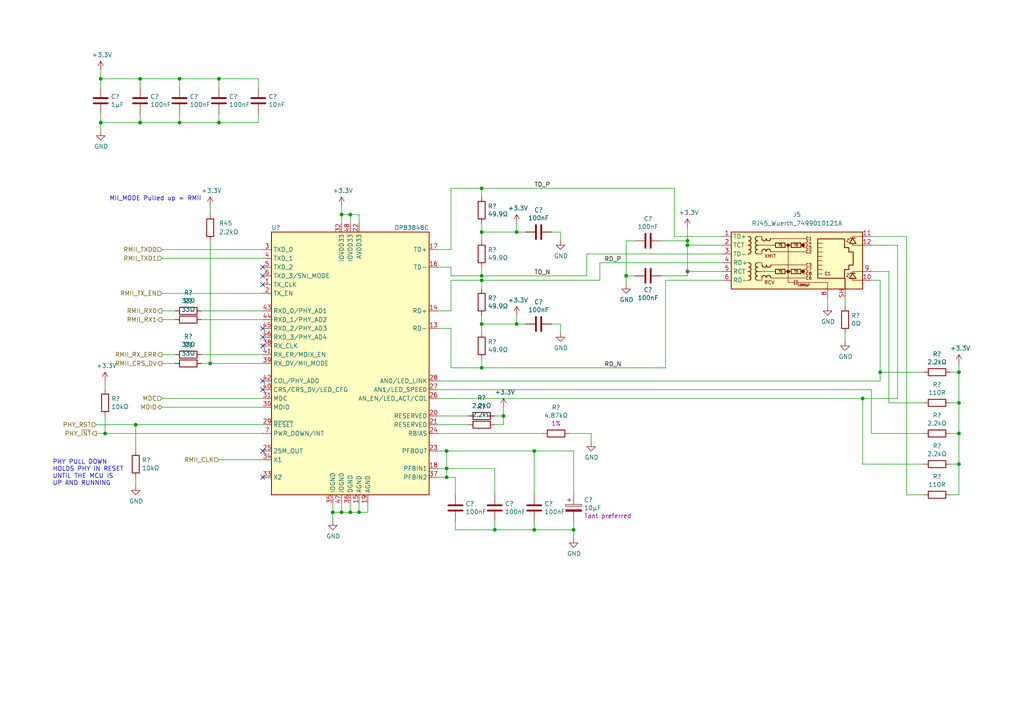
<source format=kicad_sch>
(kicad_sch (version 20230121) (generator eeschema)
  (paper "A4")
  (lib_symbols
    (symbol "Connector:RJ45_Wuerth_7499010121A"
      (property "Reference" "J" (at 17.78 10.16 0))
      (property "Value" "RJ45_Wuerth_7499010121A" (at -6.35 10.16 0))
      (symbol "RJ45_Wuerth_7499010121A_0_0"
        (circle (center -1.27 -2.54) (radius 0.0001) (stroke (width 0.508)))
        (circle (center -1.27 5.08) (radius 0.0001) (stroke (width 0.508)))
        (polyline (pts (xy -1.27 5.08) (xy -1.27 -5.715)))
        (polyline (pts (xy 0.635 -5.08) (xy 0.635 -6.35)) (stroke (width 0.254)))
        (polyline (pts (xy 1.27 -5.08) (xy 1.27 -6.35)) (stroke (width 0.254)))
        (polyline (pts (xy 3.048 -2.54) (xy 2.54 -2.54)))
        (polyline (pts (xy 3.048 5.08) (xy 2.54 5.08)))
        (polyline (pts (xy 17.399 -3.175) (xy 17.399 -2.54) (xy 20.32 -2.54)))
        (polyline (pts (xy 17.399 6.985) (xy 17.399 7.62) (xy 20.32 7.62)))
        (polyline (pts (xy 20.32 -5.08) (xy 17.399 -5.08) (xy 17.399 -4.572)))
        (polyline (pts (xy 20.32 5.08) (xy 17.399 5.08) (xy 17.399 5.588)))
        (polyline (pts (xy 3.683 -1.905) (xy 3.048 -1.905) (xy 3.048 -3.175) (xy 3.683 -3.175)))
        (polyline (pts (xy 3.683 5.715) (xy 3.048 5.715) (xy 3.048 4.445) (xy 3.683 4.445)))
        (circle (center 3.048 -2.54) (radius 0.0001) (stroke (width 0.508)))
        (circle (center 3.048 5.08) (radius 0.0001) (stroke (width 0.508)))
        (text "C1" (at 4.699 6.985 0) (effects (font (size 0.889 0.889))))
        (text "C1" (at 10.16 -3.175 0) (effects (font (size 0.889 0.889))))
        (text "C2" (at 4.699 3.175 0) (effects (font (size 0.889 0.889))))
        (text "C3" (at 4.699 -0.635 0) (effects (font (size 0.889 0.889))))
        (text "C4" (at 4.699 5.715 0) (effects (font (size 0.889 0.889))))
        (text "C5" (at 4.699 4.445 0) (effects (font (size 0.889 0.889))))
        (text "C6" (at 4.699 -4.445 0) (effects (font (size 0.889 0.889))))
        (text "C7" (at 4.699 -1.905 0) (effects (font (size 0.889 0.889))))
        (text "C8" (at 4.699 -3.175 0) (effects (font (size 0.889 0.889))))
        (text "RCV" (at -8.255 -5.715 0) (effects (font (size 1.016 1.016)) (justify left)))
        (text "XMIT" (at -8.255 1.905 0) (effects (font (size 1.016 1.016)) (justify left)))
      )
      (symbol "RJ45_Wuerth_7499010121A_0_1"
        (rectangle (start -17.78 8.89) (end 20.32 -7.62) (stroke (width 0.254)) (fill (type background)))
        (polyline (pts (xy -12.7 -5.08) (xy -13.081 -5.08)))
        (polyline (pts (xy -12.7 -2.54) (xy -13.081 -2.54)))
        (polyline (pts (xy -12.7 0) (xy -13.081 0)))
        (polyline (pts (xy -12.7 2.54) (xy -13.081 2.54)))
        (polyline (pts (xy -12.7 5.08) (xy -13.081 5.08)))
        (polyline (pts (xy -12.7 7.62) (xy -13.081 7.62)))
        (polyline (pts (xy -6.35 -4.445) (xy 3.683 -4.445)))
        (polyline (pts (xy -6.35 3.175) (xy 3.683 3.175)))
        (polyline (pts (xy -6.35 6.985) (xy 3.683 6.985)))
        (polyline (pts (xy -6.223 -0.635) (xy 3.683 -0.635)))
        (polyline (pts (xy -5.08 -2.54) (xy -10.16 -2.54)))
        (polyline (pts (xy -4.953 5.08) (xy -10.16 5.08)))
        (polyline (pts (xy -2.159 -2.54) (xy -0.381 -2.54)))
        (polyline (pts (xy -2.159 5.08) (xy -0.381 5.08)))
        (polyline (pts (xy 0.635 -5.715) (xy -1.27 -5.715)))
        (polyline (pts (xy 7.4295 -1.9685) (xy 8.6995 -1.9685)))
        (polyline (pts (xy 7.4295 -0.6985) (xy 8.6995 -0.6985)))
        (polyline (pts (xy 7.4295 0.5715) (xy 8.6995 0.5715)))
        (polyline (pts (xy 7.4295 1.8415) (xy 8.6995 1.8415)))
        (polyline (pts (xy 7.4295 3.1115) (xy 8.6995 3.1115)))
        (polyline (pts (xy 8.6995 -3.2385) (xy 7.4295 -3.2385)))
        (polyline (pts (xy 8.6995 4.3815) (xy 7.4295 4.3815)))
        (polyline (pts (xy 8.6995 5.6515) (xy 7.4295 5.6515)))
        (polyline (pts (xy 10.16 -5.715) (xy 1.27 -5.715)))
        (polyline (pts (xy 10.16 -5.715) (xy 10.16 -7.62)))
        (polyline (pts (xy -10.16 0) (xy -8.89 0) (xy -8.89 -0.635)))
        (polyline (pts (xy -10.16 7.62) (xy -8.89 7.62) (xy -8.89 6.985)))
        (polyline (pts (xy -8.89 -4.445) (xy -8.89 -5.08) (xy -10.16 -5.08)))
        (polyline (pts (xy -8.89 3.175) (xy -8.89 2.54) (xy -10.16 2.54)))
      )
      (symbol "RJ45_Wuerth_7499010121A_1_0"
        (text "1000pF" (at 3.302 -6.477 0) (effects (font (size 0.635 0.635))))
      )
      (symbol "RJ45_Wuerth_7499010121A_1_1"
        (arc (start -12.7 -1.27) (mid -12.0677 -0.635) (end -12.7 0) (stroke (width 0.254)))
        (arc (start -12.6973 -5.08) (mid -12.065 -4.445) (end -12.6973 -3.81) (stroke (width 0.254)))
        (arc (start -12.6973 -3.81) (mid -12.065 -3.175) (end -12.6973 -2.54) (stroke (width 0.254)))
        (arc (start -12.6973 -2.54) (mid -12.065 -1.905) (end -12.6973 -1.27) (stroke (width 0.254)))
        (arc (start -12.6973 6.35) (mid -12.065 6.985) (end -12.6973 7.62) (stroke (width 0.254)))
        (arc (start -12.6946 2.54) (mid -12.0623 3.175) (end -12.6946 3.81) (stroke (width 0.254)))
        (arc (start -12.6946 3.81) (mid -12.0623 4.445) (end -12.6946 5.08) (stroke (width 0.254)))
        (arc (start -12.6946 5.08) (mid -12.0623 5.715) (end -12.6946 6.35) (stroke (width 0.254)))
        (arc (start -10.1654 -2.54) (mid -10.7977 -3.175) (end -10.1654 -3.81) (stroke (width 0.254)))
        (arc (start -10.1654 -1.27) (mid -10.7977 -1.905) (end -10.1654 -2.54) (stroke (width 0.254)))
        (arc (start -10.1654 0) (mid -10.7977 -0.635) (end -10.1654 -1.27) (stroke (width 0.254)))
        (arc (start -10.1654 5.08) (mid -10.7977 4.445) (end -10.1654 3.81) (stroke (width 0.254)))
        (arc (start -10.1654 6.35) (mid -10.7977 5.715) (end -10.1654 5.08) (stroke (width 0.254)))
        (arc (start -10.1654 7.62) (mid -10.7977 6.985) (end -10.1654 6.35) (stroke (width 0.254)))
        (arc (start -10.1627 -3.81) (mid -10.795 -4.445) (end -10.1627 -5.08) (stroke (width 0.254)))
        (arc (start -10.1627 3.81) (mid -10.795 3.175) (end -10.1627 2.54) (stroke (width 0.254)))
        (arc (start -8.89 6.9823) (mid -8.255 6.35) (end -7.62 6.9823) (stroke (width 0.254)))
        (arc (start -8.8265 -0.7012) (mid -8.1915 -1.3335) (end -7.5565 -0.7012) (stroke (width 0.254)))
        (arc (start -7.62 -4.3153) (mid -8.255 -3.683) (end -8.89 -4.3153) (stroke (width 0.254)))
        (arc (start -7.62 3.3047) (mid -8.255 3.937) (end -8.89 3.3047) (stroke (width 0.254)))
        (arc (start -7.62 6.985) (mid -6.985 6.3527) (end -6.35 6.985) (stroke (width 0.254)))
        (arc (start -7.5565 -0.6985) (mid -6.9215 -1.3308) (end -6.2865 -0.6985) (stroke (width 0.254)))
        (arc (start -6.35 -4.3126) (mid -6.985 -3.6803) (end -7.62 -4.3126) (stroke (width 0.254)))
        (arc (start -6.35 3.3074) (mid -6.985 3.9397) (end -7.62 3.3074) (stroke (width 0.254)))
        (rectangle (start -4.953 -1.905) (end -2.159 -3.175) (stroke (width 0.254)))
        (rectangle (start -4.953 5.715) (end -2.159 4.445) (stroke (width 0.254)))
        (rectangle (start -0.381 -1.905) (end 2.413 -3.175) (stroke (width 0.254)))
        (rectangle (start -0.381 5.715) (end 2.413 4.445) (stroke (width 0.254)))
        (polyline (pts (xy 15.24 -7.62) (xy 15.24 -4.572)) (stroke (width 0.254)))
        (polyline (pts (xy 15.748 -3.81) (xy 15.748 -4.064)))
        (polyline (pts (xy 15.748 6.35) (xy 15.748 6.096)))
        (polyline (pts (xy 16.002 -3.175) (xy 16.002 -3.429)))
        (polyline (pts (xy 16.002 6.985) (xy 16.002 6.731)))
        (polyline (pts (xy 16.637 -3.048) (xy 18.161 -3.048)) (stroke (width 0.254)))
        (polyline (pts (xy 16.637 7.112) (xy 18.161 7.112)) (stroke (width 0.254)))
        (polyline (pts (xy 16.256 -4.318) (xy 15.748 -3.81) (xy 16.002 -3.81)))
        (polyline (pts (xy 16.256 5.842) (xy 15.748 6.35) (xy 16.002 6.35)))
        (polyline (pts (xy 16.51 -3.683) (xy 16.002 -3.175) (xy 16.256 -3.175)))
        (polyline (pts (xy 16.51 6.477) (xy 16.002 6.985) (xy 16.256 6.985)))
        (polyline (pts (xy 16.51 -4.572) (xy 18.415 -4.572) (xy 17.399 -3.048) (xy 16.51 -4.572)) (stroke (width 0.254)))
        (polyline (pts (xy 16.51 5.588) (xy 18.415 5.588) (xy 17.399 7.112) (xy 16.51 5.588)) (stroke (width 0.254)))
        (polyline (pts (xy 7.3025 -4.5085) (xy 7.3025 6.9215) (xy 15.0495 6.9215) (xy 15.0495 4.3815) (xy 16.3195 4.3815) (xy 16.3195 3.1115) (xy 17.5895 3.1115) (xy 17.5895 -0.6985) (xy 16.3195 -0.6985) (xy 16.3195 -1.9685) (xy 15.0495 -1.9685) (xy 15.0495 -4.5085) (xy 7.3025 -4.5085)) (stroke (width 0.254)))
        (text "75" (at -3.556 -2.54 0) (effects (font (size 0.635 0.635))))
        (text "75" (at -3.556 5.08 0) (effects (font (size 0.635 0.635))))
        (text "75" (at 1.016 -2.54 0) (effects (font (size 0.635 0.635))))
        (text "75" (at 1.016 5.08 0) (effects (font (size 0.635 0.635))))
        (pin passive line (at -20.32 7.62 0) (length 2.54) (name "TD+") (number "1"))
        (pin passive line (at 22.86 -5.08 180) (length 2.54) (name "") (number "10"))
        (pin passive line (at 22.86 7.62 180) (length 2.54) (name "") (number "11"))
        (pin passive line (at 22.86 5.08 180) (length 2.54) (name "") (number "12"))
        (pin passive line (at -20.32 5.08 0) (length 2.54) (name "TCT") (number "2"))
        (pin passive line (at -20.32 2.54 0) (length 2.54) (name "TD-") (number "3"))
        (pin passive line (at -20.32 0 0) (length 2.54) (name "RD+") (number "4"))
        (pin passive line (at -20.32 -2.54 0) (length 2.54) (name "RCT") (number "5"))
        (pin passive line (at -20.32 -5.08 0) (length 2.54) (name "RD-") (number "6"))
        (pin no_connect line (at 20.32 0 0) (length 0) hide (name "NC") (number "7"))
        (pin power_in line (at 10.16 -10.16 90) (length 2.54) (name "") (number "8"))
        (pin passive line (at 22.86 -2.54 180) (length 2.54) (name "") (number "9"))
        (pin passive line (at 15.24 -10.16 90) (length 2.54) (name "") (number "SH"))
      )
    )
    (symbol "Device:C" (pin_numbers hide) (pin_names (offset 0.254))
      (property "Reference" "C" (at 0.635 2.54 0))
      (property "Value" "C" (at 0.635 -2.54 0))
      (symbol "C_0_1"
        (polyline (pts (xy -2.032 -0.762) (xy 2.032 -0.762)) (stroke (width 0.508)))
        (polyline (pts (xy -2.032 0.762) (xy 2.032 0.762)) (stroke (width 0.508)))
      )
      (symbol "C_1_1"
        (pin passive line (at 0 3.81 270) (length 2.794) (name "~") (number "1"))
        (pin passive line (at 0 -3.81 90) (length 2.794) (name "~") (number "2"))
      )
    )
    (symbol "Device:C_Polarized" (pin_numbers hide) (pin_names (offset 0.254))
      (property "Reference" "C" (at 0.635 2.54 0))
      (property "Value" "C_Polarized" (at 0.635 -2.54 0))
      (symbol "C_Polarized_0_1"
        (rectangle (start -2.286 0.508) (end 2.286 1.016))
        (polyline (pts (xy -1.778 2.286) (xy -0.762 2.286)))
        (polyline (pts (xy -1.27 2.794) (xy -1.27 1.778)))
        (rectangle (start 2.286 -0.508) (end -2.286 -1.016) (fill (type outline)))
      )
      (symbol "C_Polarized_1_1"
        (pin passive line (at 0 3.81 270) (length 2.794) (name "~") (number "1"))
        (pin passive line (at 0 -3.81 90) (length 2.794) (name "~") (number "2"))
      )
    )
    (symbol "Device:R" (pin_numbers hide) (pin_names (offset 0))
      (property "Reference" "R" (at 2.032 0 90))
      (property "Value" "R" (at 0 0 90))
      (symbol "R_0_1"
        (rectangle (start -1.016 -2.54) (end 1.016 2.54) (stroke (width 0.254)))
      )
      (symbol "R_1_1"
        (pin passive line (at 0 3.81 270) (length 1.27) (name "~") (number "1"))
        (pin passive line (at 0 -3.81 90) (length 1.27) (name "~") (number "2"))
      )
    )
    (symbol "Interface_Ethernet:DP83848C"
      (property "Reference" "U" (at -21.59 39.37 0))
      (property "Value" "DP83848C" (at 12.7 39.37 0))
      (symbol "DP83848C_0_1"
        (rectangle (start -22.86 38.1) (end 22.86 -38.1) (stroke (width 0.254)) (fill (type background)))
      )
      (symbol "DP83848C_1_1"
        (pin output line (at -25.4 22.86 0) (length 2.54) (name "TX_CLK") (number "1"))
        (pin passive line (at 25.4 10.16 180) (length 2.54) (name "RD-") (number "13"))
        (pin passive line (at 25.4 15.24 180) (length 2.54) (name "RD+") (number "14"))
        (pin power_in line (at 2.54 -40.64 90) (length 2.54) (name "AGND") (number "15"))
        (pin passive line (at 25.4 27.94 180) (length 2.54) (name "TD-") (number "16"))
        (pin passive line (at 25.4 33.02 180) (length 2.54) (name "TD+") (number "17"))
        (pin passive line (at 25.4 -30.48 180) (length 2.54) (name "PFBIN1") (number "18"))
        (pin power_in line (at 5.08 -40.64 90) (length 2.54) (name "AGND") (number "19"))
        (pin input line (at -25.4 20.32 0) (length 2.54) (name "TX_EN") (number "2"))
        (pin passive line (at 25.4 -15.24 180) (length 2.54) (name "RESERVED") (number "20"))
        (pin passive line (at 25.4 -17.78 180) (length 2.54) (name "RESERVED") (number "21"))
        (pin power_in line (at 2.54 40.64 270) (length 2.54) (name "AVDD33") (number "22"))
        (pin passive line (at 25.4 -25.4 180) (length 2.54) (name "PFBOUT") (number "23"))
        (pin passive line (at 25.4 -20.32 180) (length 2.54) (name "RBIAS") (number "24"))
        (pin output line (at -25.4 -25.4 0) (length 2.54) (name "25M_OUT") (number "25"))
        (pin output line (at 25.4 -10.16 180) (length 2.54) (name "AN_EN/LED_ACT/COL") (number "26"))
        (pin output line (at 25.4 -7.62 180) (length 2.54) (name "AN1/LED_SPEED") (number "27"))
        (pin output line (at 25.4 -5.08 180) (length 2.54) (name "AN0/LED_LINK") (number "28"))
        (pin input line (at -25.4 -17.78 0) (length 2.54) (name "~{RESET}") (number "29"))
        (pin input line (at -25.4 33.02 0) (length 2.54) (name "TXD_0") (number "3"))
        (pin bidirectional line (at -25.4 -12.7 0) (length 2.54) (name "MDIO") (number "30"))
        (pin input line (at -25.4 -10.16 0) (length 2.54) (name "MDC") (number "31"))
        (pin power_in line (at -2.54 40.64 270) (length 2.54) (name "IOVDD33") (number "32"))
        (pin output line (at -25.4 -33.02 0) (length 2.54) (name "X2") (number "33"))
        (pin input line (at -25.4 -27.94 0) (length 2.54) (name "X1") (number "34"))
        (pin power_in line (at -5.08 -40.64 90) (length 2.54) (name "IOGND") (number "35"))
        (pin power_in line (at 0 -40.64 90) (length 2.54) (name "DGND") (number "36"))
        (pin passive line (at 25.4 -33.02 180) (length 2.54) (name "PFBIN2") (number "37"))
        (pin output line (at -25.4 5.08 0) (length 2.54) (name "RX_CLK") (number "38"))
        (pin output line (at -25.4 0 0) (length 2.54) (name "RX_DV/MII_MODE") (number "39"))
        (pin input line (at -25.4 30.48 0) (length 2.54) (name "TXD_1") (number "4"))
        (pin output line (at -25.4 -7.62 0) (length 2.54) (name "CRS/CRS_DV/LED_CFG") (number "40"))
        (pin output line (at -25.4 2.54 0) (length 2.54) (name "RX_ER/MDIX_EN") (number "41"))
        (pin output line (at -25.4 -5.08 0) (length 2.54) (name "COL/PHY_AD0") (number "42"))
        (pin output line (at -25.4 15.24 0) (length 2.54) (name "RXD_0/PHY_AD1") (number "43"))
        (pin output line (at -25.4 12.7 0) (length 2.54) (name "RXD_1/PHY_AD2") (number "44"))
        (pin output line (at -25.4 10.16 0) (length 2.54) (name "RXD_2/PHY_AD3") (number "45"))
        (pin output line (at -25.4 7.62 0) (length 2.54) (name "RXD_3/PHY_AD4") (number "46"))
        (pin power_in line (at -2.54 -40.64 90) (length 2.54) (name "IOGND") (number "47"))
        (pin power_in line (at 0 40.64 270) (length 2.54) (name "IOVDD33") (number "48"))
        (pin input line (at -25.4 27.94 0) (length 2.54) (name "TXD_2") (number "5"))
        (pin input line (at -25.4 25.4 0) (length 2.54) (name "TXD_3/SNI_MODE") (number "6"))
        (pin input line (at -25.4 -20.32 0) (length 2.54) (name "PWR_DOWN/INT") (number "7"))
      )
    )
    (symbol "power:+3.3V" (power) (pin_names (offset 0))
      (property "Value" "+3.3V" (at 0 3.556 0))
      (symbol "+3.3V_0_1"
        (polyline (pts (xy -0.762 1.27) (xy 0 2.54)))
        (polyline (pts (xy 0 0) (xy 0 2.54)))
        (polyline (pts (xy 0 2.54) (xy 0.762 1.27)))
      )
      (symbol "+3.3V_1_1"
        (pin power_in line (at 0 0 90) (length 0) hide (name "+3.3V") (number "1"))
      )
    )
    (symbol "power:GND" (power) (pin_names (offset 0))
      (property "Value" "GND" (at 0 -3.81 0))
      (symbol "GND_0_1"
        (polyline (pts (xy 0 0) (xy 0 -1.27) (xy 1.27 -1.27) (xy 0 -2.54) (xy -1.27 -1.27) (xy 0 -1.27)))
      )
      (symbol "GND_1_1"
        (pin power_in line (at 0 0 270) (length 0) hide (name "GND") (number "1"))
      )
    )
  )
  (junction (at 278.13 107.95))
  (junction (at 99.06 62.23))
  (junction (at 40.64 35.56))
  (junction (at 139.7 54.61))
  (junction (at 154.94 153.67))
  (junction (at 99.06 148.59))
  (junction (at 255.27 107.95))
  (junction (at 181.61 80.01))
  (junction (at 143.51 153.67))
  (junction (at 250.19 115.57))
  (junction (at 104.14 148.59))
  (junction (at 96.52 148.59))
  (junction (at 129.54 130.81))
  (junction (at 139.7 81.28))
  (junction (at 52.07 35.56))
  (junction (at 129.54 138.43))
  (junction (at 60.96 105.41))
  (junction (at 154.94 130.81))
  (junction (at 199.39 78.74))
  (junction (at 101.6 148.59))
  (junction (at 29.21 35.56))
  (junction (at 63.5 22.86))
  (junction (at 63.5 35.56))
  (junction (at 29.21 22.86))
  (junction (at 199.39 69.85))
  (junction (at 52.07 22.86))
  (junction (at 139.7 80.01))
  (junction (at 278.13 116.84))
  (junction (at 278.13 134.62))
  (junction (at 40.64 22.86))
  (junction (at 146.05 120.65))
  (junction (at 139.7 93.98))
  (junction (at 139.7 106.68))
  (junction (at 199.39 71.12))
  (junction (at 129.54 135.89))
  (junction (at 166.37 153.67))
  (junction (at 149.86 93.98))
  (junction (at 149.86 67.31))
  (junction (at 30.48 125.73))
  (junction (at 39.37 123.19))
  (junction (at 139.7 67.31))
  (junction (at 101.6 62.23))
  (junction (at 278.13 125.73))
  (no_connect (at 76.2 100.33))
  (no_connect (at 76.2 113.03))
  (no_connect (at 76.2 138.43))
  (no_connect (at 76.2 95.25))
  (no_connect (at 76.2 130.81))
  (no_connect (at 76.2 97.79))
  (no_connect (at 76.2 77.47))
  (no_connect (at 76.2 110.49))
  (no_connect (at 76.2 80.01))
  (no_connect (at 76.2 82.55))
  (wire (pts (xy 127 110.49) (xy 255.27 110.49)))
  (wire (pts (xy 170.18 80.01) (xy 170.18 73.66)))
  (wire (pts (xy 166.37 153.67) (xy 166.37 151.13)))
  (wire (pts (xy 58.42 102.87) (xy 76.2 102.87)))
  (wire (pts (xy 96.52 148.59) (xy 99.06 148.59)))
  (wire (pts (xy 139.7 81.28) (xy 130.81 81.28)))
  (wire (pts (xy 139.7 93.98) (xy 139.7 91.44)))
  (wire (pts (xy 154.94 130.81) (xy 166.37 130.81)))
  (wire (pts (xy 139.7 69.85) (xy 139.7 67.31)))
  (wire (pts (xy 162.56 93.98) (xy 162.56 96.52)))
  (wire (pts (xy 278.13 107.95) (xy 278.13 116.84)))
  (wire (pts (xy 250.19 115.57) (xy 260.35 115.57)))
  (wire (pts (xy 127 130.81) (xy 129.54 130.81)))
  (wire (pts (xy 127 125.73) (xy 157.48 125.73)))
  (wire (pts (xy 130.81 72.39) (xy 130.81 54.61)))
  (wire (pts (xy 260.35 71.12) (xy 260.35 115.57)))
  (wire (pts (xy 74.93 35.56) (xy 74.93 33.02)))
  (wire (pts (xy 30.48 125.73) (xy 76.2 125.73)))
  (wire (pts (xy 99.06 59.69) (xy 99.06 62.23)))
  (wire (pts (xy 52.07 22.86) (xy 63.5 22.86)))
  (wire (pts (xy 166.37 130.81) (xy 166.37 143.51)))
  (wire (pts (xy 267.97 107.95) (xy 255.27 107.95)))
  (wire (pts (xy 130.81 81.28) (xy 130.81 90.17)))
  (wire (pts (xy 46.99 115.57) (xy 76.2 115.57)))
  (wire (pts (xy 40.64 25.4) (xy 40.64 22.86)))
  (wire (pts (xy 209.55 78.74) (xy 199.39 78.74)))
  (wire (pts (xy 130.81 90.17) (xy 127 90.17)))
  (wire (pts (xy 63.5 35.56) (xy 74.93 35.56)))
  (wire (pts (xy 58.42 105.41) (xy 60.96 105.41)))
  (wire (pts (xy 195.58 54.61) (xy 139.7 54.61)))
  (wire (pts (xy 74.93 22.86) (xy 74.93 25.4)))
  (wire (pts (xy 129.54 138.43) (xy 129.54 135.89)))
  (wire (pts (xy 149.86 67.31) (xy 152.4 67.31)))
  (wire (pts (xy 209.55 76.2) (xy 173.99 76.2)))
  (wire (pts (xy 40.64 35.56) (xy 52.07 35.56)))
  (wire (pts (xy 129.54 135.89) (xy 129.54 130.81)))
  (wire (pts (xy 275.59 107.95) (xy 278.13 107.95)))
  (wire (pts (xy 129.54 135.89) (xy 127 135.89)))
  (wire (pts (xy 255.27 81.28) (xy 255.27 107.95)))
  (wire (pts (xy 278.13 116.84) (xy 278.13 125.73)))
  (wire (pts (xy 252.73 81.28) (xy 255.27 81.28)))
  (wire (pts (xy 132.08 153.67) (xy 143.51 153.67)))
  (wire (pts (xy 46.99 74.93) (xy 76.2 74.93)))
  (wire (pts (xy 58.42 90.17) (xy 76.2 90.17)))
  (wire (pts (xy 130.81 95.25) (xy 130.81 106.68)))
  (wire (pts (xy 181.61 69.85) (xy 181.61 80.01)))
  (wire (pts (xy 129.54 138.43) (xy 127 138.43)))
  (wire (pts (xy 149.86 93.98) (xy 152.4 93.98)))
  (wire (pts (xy 267.97 116.84) (xy 257.81 116.84)))
  (wire (pts (xy 127 113.03) (xy 252.73 113.03)))
  (wire (pts (xy 132.08 138.43) (xy 129.54 138.43)))
  (wire (pts (xy 146.05 123.19) (xy 146.05 120.65)))
  (wire (pts (xy 101.6 148.59) (xy 104.14 148.59)))
  (wire (pts (xy 139.7 67.31) (xy 149.86 67.31)))
  (wire (pts (xy 160.02 67.31) (xy 162.56 67.31)))
  (wire (pts (xy 139.7 67.31) (xy 139.7 64.77)))
  (wire (pts (xy 275.59 134.62) (xy 278.13 134.62)))
  (wire (pts (xy 193.04 81.28) (xy 209.55 81.28)))
  (wire (pts (xy 139.7 106.68) (xy 193.04 106.68)))
  (wire (pts (xy 139.7 96.52) (xy 139.7 93.98)))
  (wire (pts (xy 29.21 22.86) (xy 40.64 22.86)))
  (wire (pts (xy 252.73 68.58) (xy 262.89 68.58)))
  (wire (pts (xy 104.14 148.59) (xy 106.68 148.59)))
  (wire (pts (xy 135.89 123.19) (xy 127 123.19)))
  (wire (pts (xy 143.51 135.89) (xy 129.54 135.89)))
  (wire (pts (xy 46.99 72.39) (xy 76.2 72.39)))
  (wire (pts (xy 29.21 33.02) (xy 29.21 35.56)))
  (wire (pts (xy 255.27 107.95) (xy 255.27 110.49)))
  (wire (pts (xy 139.7 83.82) (xy 139.7 81.28)))
  (wire (pts (xy 29.21 35.56) (xy 40.64 35.56)))
  (wire (pts (xy 30.48 120.65) (xy 30.48 125.73)))
  (wire (pts (xy 199.39 80.01) (xy 191.77 80.01)))
  (wire (pts (xy 252.73 125.73) (xy 252.73 113.03)))
  (wire (pts (xy 127 72.39) (xy 130.81 72.39)))
  (wire (pts (xy 199.39 71.12) (xy 199.39 69.85)))
  (wire (pts (xy 149.86 93.98) (xy 149.86 91.44)))
  (wire (pts (xy 46.99 102.87) (xy 50.8 102.87)))
  (wire (pts (xy 39.37 123.19) (xy 27.94 123.19)))
  (wire (pts (xy 40.64 22.86) (xy 52.07 22.86)))
  (wire (pts (xy 160.02 93.98) (xy 162.56 93.98)))
  (wire (pts (xy 58.42 92.71) (xy 76.2 92.71)))
  (wire (pts (xy 127 95.25) (xy 130.81 95.25)))
  (wire (pts (xy 267.97 125.73) (xy 252.73 125.73)))
  (wire (pts (xy 63.5 33.02) (xy 63.5 35.56)))
  (wire (pts (xy 171.45 125.73) (xy 171.45 128.27)))
  (wire (pts (xy 245.11 88.9) (xy 245.11 86.36)))
  (wire (pts (xy 104.14 146.05) (xy 104.14 148.59)))
  (wire (pts (xy 257.81 78.74) (xy 252.73 78.74)))
  (wire (pts (xy 96.52 146.05) (xy 96.52 148.59)))
  (wire (pts (xy 130.81 77.47) (xy 127 77.47)))
  (wire (pts (xy 162.56 67.31) (xy 162.56 69.85)))
  (wire (pts (xy 52.07 25.4) (xy 52.07 22.86)))
  (wire (pts (xy 193.04 106.68) (xy 193.04 81.28)))
  (wire (pts (xy 130.81 80.01) (xy 130.81 77.47)))
  (wire (pts (xy 101.6 62.23) (xy 104.14 62.23)))
  (wire (pts (xy 46.99 90.17) (xy 50.8 90.17)))
  (wire (pts (xy 139.7 77.47) (xy 139.7 80.01)))
  (wire (pts (xy 60.96 105.41) (xy 76.2 105.41)))
  (wire (pts (xy 262.89 143.51) (xy 267.97 143.51)))
  (wire (pts (xy 30.48 113.03) (xy 30.48 110.49)))
  (wire (pts (xy 154.94 153.67) (xy 166.37 153.67)))
  (wire (pts (xy 127 115.57) (xy 250.19 115.57)))
  (wire (pts (xy 132.08 143.51) (xy 132.08 138.43)))
  (wire (pts (xy 63.5 22.86) (xy 74.93 22.86)))
  (wire (pts (xy 46.99 92.71) (xy 50.8 92.71)))
  (wire (pts (xy 170.18 73.66) (xy 209.55 73.66)))
  (wire (pts (xy 99.06 62.23) (xy 99.06 64.77)))
  (wire (pts (xy 199.39 69.85) (xy 199.39 66.04)))
  (wire (pts (xy 139.7 93.98) (xy 149.86 93.98)))
  (wire (pts (xy 209.55 68.58) (xy 195.58 68.58)))
  (wire (pts (xy 139.7 80.01) (xy 130.81 80.01)))
  (wire (pts (xy 146.05 120.65) (xy 146.05 118.11)))
  (wire (pts (xy 278.13 143.51) (xy 275.59 143.51)))
  (wire (pts (xy 278.13 125.73) (xy 278.13 134.62)))
  (wire (pts (xy 143.51 123.19) (xy 146.05 123.19)))
  (wire (pts (xy 46.99 105.41) (xy 50.8 105.41)))
  (wire (pts (xy 101.6 62.23) (xy 101.6 64.77)))
  (wire (pts (xy 52.07 33.02) (xy 52.07 35.56)))
  (wire (pts (xy 245.11 99.06) (xy 245.11 96.52)))
  (wire (pts (xy 154.94 151.13) (xy 154.94 153.67)))
  (wire (pts (xy 99.06 148.59) (xy 101.6 148.59)))
  (wire (pts (xy 139.7 80.01) (xy 170.18 80.01)))
  (wire (pts (xy 143.51 120.65) (xy 146.05 120.65)))
  (wire (pts (xy 154.94 143.51) (xy 154.94 130.81)))
  (wire (pts (xy 195.58 68.58) (xy 195.58 54.61)))
  (wire (pts (xy 132.08 151.13) (xy 132.08 153.67)))
  (wire (pts (xy 29.21 35.56) (xy 29.21 38.1)))
  (wire (pts (xy 250.19 134.62) (xy 250.19 115.57)))
  (wire (pts (xy 240.03 88.9) (xy 240.03 86.36)))
  (wire (pts (xy 39.37 138.43) (xy 39.37 140.97)))
  (wire (pts (xy 127 120.65) (xy 135.89 120.65)))
  (wire (pts (xy 130.81 106.68) (xy 139.7 106.68)))
  (wire (pts (xy 173.99 81.28) (xy 139.7 81.28)))
  (wire (pts (xy 130.81 54.61) (xy 139.7 54.61)))
  (wire (pts (xy 143.51 151.13) (xy 143.51 153.67)))
  (wire (pts (xy 199.39 78.74) (xy 199.39 71.12)))
  (wire (pts (xy 143.51 143.51) (xy 143.51 135.89)))
  (wire (pts (xy 39.37 123.19) (xy 76.2 123.19)))
  (wire (pts (xy 143.51 153.67) (xy 154.94 153.67)))
  (wire (pts (xy 27.94 125.73) (xy 30.48 125.73)))
  (wire (pts (xy 39.37 130.81) (xy 39.37 123.19)))
  (wire (pts (xy 275.59 125.73) (xy 278.13 125.73)))
  (wire (pts (xy 252.73 71.12) (xy 260.35 71.12)))
  (wire (pts (xy 101.6 146.05) (xy 101.6 148.59)))
  (wire (pts (xy 40.64 33.02) (xy 40.64 35.56)))
  (wire (pts (xy 104.14 62.23) (xy 104.14 64.77)))
  (wire (pts (xy 106.68 148.59) (xy 106.68 146.05)))
  (wire (pts (xy 257.81 78.74) (xy 257.81 116.84)))
  (wire (pts (xy 99.06 146.05) (xy 99.06 148.59)))
  (wire (pts (xy 165.1 125.73) (xy 171.45 125.73)))
  (wire (pts (xy 184.15 69.85) (xy 181.61 69.85)))
  (wire (pts (xy 181.61 80.01) (xy 181.61 82.55)))
  (wire (pts (xy 46.99 118.11) (xy 76.2 118.11)))
  (wire (pts (xy 278.13 107.95) (xy 278.13 105.41)))
  (wire (pts (xy 199.39 71.12) (xy 209.55 71.12)))
  (wire (pts (xy 60.96 69.85) (xy 60.96 105.41)))
  (wire (pts (xy 181.61 80.01) (xy 184.15 80.01)))
  (wire (pts (xy 99.06 62.23) (xy 101.6 62.23)))
  (wire (pts (xy 149.86 67.31) (xy 149.86 64.77)))
  (wire (pts (xy 52.07 35.56) (xy 63.5 35.56)))
  (wire (pts (xy 262.89 68.58) (xy 262.89 143.51)))
  (wire (pts (xy 139.7 54.61) (xy 139.7 57.15)))
  (wire (pts (xy 173.99 76.2) (xy 173.99 81.28)))
  (wire (pts (xy 267.97 134.62) (xy 250.19 134.62)))
  (wire (pts (xy 29.21 22.86) (xy 29.21 20.32)))
  (wire (pts (xy 63.5 25.4) (xy 63.5 22.86)))
  (wire (pts (xy 278.13 134.62) (xy 278.13 143.51)))
  (wire (pts (xy 60.96 59.69) (xy 60.96 62.23)))
  (wire (pts (xy 166.37 153.67) (xy 166.37 156.21)))
  (wire (pts (xy 139.7 106.68) (xy 139.7 104.14)))
  (wire (pts (xy 96.52 148.59) (xy 96.52 151.13)))
  (wire (pts (xy 199.39 78.74) (xy 199.39 80.01)))
  (wire (pts (xy 191.77 69.85) (xy 199.39 69.85)))
  (wire (pts (xy 76.2 133.35) (xy 63.5 133.35)))
  (wire (pts (xy 46.99 85.09) (xy 76.2 85.09)))
  (wire (pts (xy 275.59 116.84) (xy 278.13 116.84)))
  (wire (pts (xy 29.21 25.4) (xy 29.21 22.86)))
  (wire (pts (xy 129.54 130.81) (xy 154.94 130.81)))
  (text "MII_MODE Pulled up = RMII" (at 58.42 58.42 0) (effects (font (size 1.27 1.27)) (justify right bottom)))
  (text "PHY PULL DOWN\nHOLDS PHY IN RESET\nUNTIL THE MCU IS\nUP AND RUNNING" (at 15.24 140.97 0) (effects (font (size 1.27 1.27)) (justify left bottom)))
  (label "RD_P" (at 175.26 76.2 0))
  (label "TD_N" (at 154.94 80.01 0))
  (label "TD_P" (at 154.94 54.61 0))
  (label "RD_N" (at 175.26 106.68 0))
  (hierarchical_label "RMII_RX_ERR" (shape output) (at 46.99 102.87 180))
  (hierarchical_label "RMII_RX1" (shape output) (at 46.99 92.71 180))
  (hierarchical_label "PHY_RST" (shape input) (at 27.94 123.19 180))
  (hierarchical_label "MDC" (shape input) (at 46.99 115.57 180))
  (hierarchical_label "RMII_TX_EN" (shape input) (at 46.99 85.09 180))
  (hierarchical_label "RMII_CLK" (shape input) (at 63.5 133.35 180))
  (hierarchical_label "RMII_CRS_DV" (shape output) (at 46.99 105.41 180))
  (hierarchical_label "RMII_RX0" (shape output) (at 46.99 90.17 180))
  (hierarchical_label "MDIO" (shape bidirectional) (at 46.99 118.11 180))
  (hierarchical_label "PHY_~{INT}" (shape output) (at 27.94 125.73 180))
  (hierarchical_label "RMII_TXD1" (shape input) (at 46.99 74.93 180))
  (hierarchical_label "RMII_TXD0" (shape input) (at 46.99 72.39 180))
  (symbol (lib_id "Device:C") (at 132.08 147.32 0) (unit 1)
    (property "Reference" "C?" (at 135.001 146.1516 0) (effects (justify left)))
    (property "Value" "100nF" (at 135.001 148.463 0) (effects (justify left)))
    (property "Footprint" "Capacitor_SMD:C_0603_1608Metric_Pad1.08x0.95mm_HandSolder" (effects hide))
    (property "Part number" "Generic 0603 X7R  50V 10%" (effects hide))
    (instances (project "stmpc2" (path "" (reference "C?") (unit 1))) (project "d1000" (path "" (reference "C38") (unit 1))))
  )
  (symbol (lib_id "power:GND") (at 96.52 151.13 0) (unit 1)
    (property "Reference" "#PWR?" (effects hide))
    (property "Value" "GND" (at 96.647 155.5242 0))
    (instances (project "stmpc2" (path "" (reference "#PWR?") (unit 1))) (project "d1000" (path "" (reference "#PWR064") (unit 1))))
  )
  (symbol (lib_id "Device:R") (at 271.78 134.62 270) (unit 1)
    (property "Reference" "R?" (at 271.78 129.3622 90))
    (property "Value" "2.2kΩ" (at 271.78 131.6736 90))
    (property "Footprint" "Resistor_SMD:R_0603_1608Metric_Pad0.98x0.95mm_HandSolder" (effects hide))
    (instances (project "stmpc2" (path "" (reference "R?") (unit 1))) (project "d1000" (path "" (reference "R57") (unit 1))))
  )
  (symbol (lib_id "Device:R") (at 271.78 116.84 270) (unit 1)
    (property "Reference" "R?" (at 271.78 111.5822 90))
    (property "Value" "110R" (at 271.78 113.8936 90))
    (property "Footprint" "Resistor_SMD:R_0603_1608Metric_Pad0.98x0.95mm_HandSolder" (effects hide))
    (instances (project "stmpc2" (path "" (reference "R?") (unit 1))) (project "d1000" (path "" (reference "R55") (unit 1))))
  )
  (symbol (lib_id "Device:C") (at 156.21 93.98 270) (unit 1)
    (property "Reference" "C?" (at 156.21 87.5792 90))
    (property "Value" "100nF" (at 156.21 89.8906 90))
    (property "Footprint" "Capacitor_SMD:C_0603_1608Metric_Pad1.08x0.95mm_HandSolder" (effects hide))
    (property "Part number" "Generic 0603 X7R  50V 10%" (effects hide))
    (instances (project "stmpc2" (path "" (reference "C?") (unit 1))) (project "d1000" (path "" (reference "C42") (unit 1))))
  )
  (symbol (lib_id "power:+3.3V") (at 278.13 105.41 0) (unit 1)
    (property "Reference" "#PWR?" (effects hide))
    (property "Value" "+3.3V" (at 278.511 101.0158 0))
    (instances (project "stmpc2" (path "" (reference "#PWR?") (unit 1))) (project "d1000" (path "" (reference "#PWR077") (unit 1))))
  )
  (symbol (lib_id "Device:C") (at 52.07 29.21 0) (unit 1)
    (property "Reference" "C?" (at 54.991 28.0416 0) (effects (justify left)))
    (property "Value" "100nF" (at 54.991 30.353 0) (effects (justify left)))
    (property "Footprint" "Capacitor_SMD:C_0603_1608Metric_Pad1.08x0.95mm_HandSolder" (effects hide))
    (property "Part number" "Generic 0603 X7R  50V 10%" (effects hide))
    (instances (project "stmpc2" (path "" (reference "C?") (unit 1))) (project "d1000" (path "" (reference "C35") (unit 1))))
  )
  (symbol (lib_id "power:+3.3V") (at 199.39 66.04 0) (unit 1)
    (property "Reference" "#PWR?" (effects hide))
    (property "Value" "+3.3V" (at 199.771 61.6458 0))
    (instances (project "stmpc2" (path "" (reference "#PWR?") (unit 1))) (project "d1000" (path "" (reference "#PWR074") (unit 1))))
  )
  (symbol (lib_id "power:+3.3V") (at 149.86 91.44 0) (unit 1)
    (property "Reference" "#PWR?" (effects hide))
    (property "Value" "+3.3V" (at 150.241 87.0458 0))
    (instances (project "stmpc2" (path "" (reference "#PWR?") (unit 1))) (project "d1000" (path "" (reference "#PWR068") (unit 1))))
  )
  (symbol (lib_id "Device:C") (at 187.96 80.01 270) (unit 1)
    (property "Reference" "C?" (at 187.96 84.074 90))
    (property "Value" "100nF" (at 187.96 86.3854 90))
    (property "Footprint" "Capacitor_SMD:C_0603_1608Metric_Pad1.08x0.95mm_HandSolder" (effects hide))
    (property "Part number" "Generic 0603 X7R  50V 10%" (effects hide))
    (instances (project "stmpc2" (path "" (reference "C?") (unit 1))) (project "d1000" (path "" (reference "C45") (unit 1))))
  )
  (symbol (lib_id "Device:R") (at 161.29 125.73 270) (unit 1)
    (property "Reference" "R?" (at 161.29 118.1862 90))
    (property "Value" "4.87kΩ" (at 161.29 120.4976 90))
    (property "Footprint" "Resistor_SMD:R_0603_1608Metric_Pad0.98x0.95mm_HandSolder" (effects hide))
    (property "Tolerance" "1%" (at 161.29 122.809 90))
    (instances (project "stmpc2" (path "" (reference "R?") (unit 1))) (project "d1000" (path "" (reference "R52") (unit 1))))
  )
  (symbol (lib_id "Device:R") (at 271.78 125.73 270) (unit 1)
    (property "Reference" "R?" (at 271.78 120.4722 90))
    (property "Value" "2.2kΩ" (at 271.78 122.7836 90))
    (property "Footprint" "Resistor_SMD:R_0603_1608Metric_Pad0.98x0.95mm_HandSolder" (effects hide))
    (instances (project "stmpc2" (path "" (reference "R?") (unit 1))) (project "d1000" (path "" (reference "R56") (unit 1))))
  )
  (symbol (lib_id "Device:C_Polarized") (at 166.37 147.32 0) (unit 1)
    (property "Reference" "C?" (at 169.3672 145.0086 0) (effects (justify left)))
    (property "Value" "10µF" (at 169.3672 147.32 0) (effects (justify left)))
    (property "Footprint" "Capacitor_SMD:C_0805_2012Metric_Pad1.18x1.45mm_HandSolder" (effects hide))
    (property "Notes" "Tant preferred" (at 169.3672 149.6314 0) (effects (justify left)))
    (instances (project "stmpc2" (path "" (reference "C?") (unit 1))) (project "d1000" (path "" (reference "C43") (unit 1))))
  )
  (symbol (lib_id "Device:C") (at 154.94 147.32 0) (unit 1)
    (property "Reference" "C?" (at 157.861 146.1516 0) (effects (justify left)))
    (property "Value" "100nF" (at 157.861 148.463 0) (effects (justify left)))
    (property "Footprint" "Capacitor_SMD:C_0603_1608Metric_Pad1.08x0.95mm_HandSolder" (effects hide))
    (property "Part number" "Generic 0603 X7R  50V 10%" (effects hide))
    (instances (project "stmpc2" (path "" (reference "C?") (unit 1))) (project "d1000" (path "" (reference "C40") (unit 1))))
  )
  (symbol (lib_id "power:GND") (at 245.11 99.06 0) (unit 1)
    (property "Reference" "#PWR?" (effects hide))
    (property "Value" "GND" (at 245.237 103.4542 0))
    (instances (project "stmpc2" (path "" (reference "#PWR?") (unit 1))) (project "d1000" (path "" (reference "#PWR076") (unit 1))))
  )
  (symbol (lib_id "power:GND") (at 162.56 96.52 0) (unit 1)
    (property "Reference" "#PWR?" (effects hide))
    (property "Value" "GND" (at 162.687 100.9142 0))
    (instances (project "stmpc2" (path "" (reference "#PWR?") (unit 1))) (project "d1000" (path "" (reference "#PWR070") (unit 1))))
  )
  (symbol (lib_id "power:+3.3V") (at 30.48 110.49 0) (unit 1)
    (property "Reference" "#PWR?" (effects hide))
    (property "Value" "+3.3V" (at 30.861 106.0958 0))
    (instances (project "stmpc2" (path "" (reference "#PWR?") (unit 1))) (project "d1000" (path "" (reference "#PWR061") (unit 1))))
  )
  (symbol (lib_id "Connector:RJ45_Wuerth_7499010121A") (at 229.87 76.2 0) (unit 1)
    (property "Reference" "J5" (at 231.14 62.23 0))
    (property "Value" "RJ45_Wuerth_7499010121A" (at 231.14 64.77 0))
    (property "Footprint" "Connector_RJ:RJ45_Wuerth_7499010121A_Horizontal" (effects hide))
    (property "Datasheet" "http://katalog.we-online.de/pbs/datasheet/7499010121A.pdf" (effects hide))
  )
  (symbol (lib_id "power:GND") (at 162.56 69.85 0) (unit 1)
    (property "Reference" "#PWR?" (effects hide))
    (property "Value" "GND" (at 162.687 74.2442 0))
    (instances (project "stmpc2" (path "" (reference "#PWR?") (unit 1))) (project "d1000" (path "" (reference "#PWR069") (unit 1))))
  )
  (symbol (lib_id "Device:R") (at 139.7 123.19 270) (unit 1)
    (property "Reference" "R?" (at 139.7 117.9322 90))
    (property "Value" "2.2kΩ" (at 139.7 120.2436 90))
    (property "Footprint" "Resistor_SMD:R_0603_1608Metric_Pad0.98x0.95mm_HandSolder" (effects hide))
    (instances (project "stmpc2" (path "" (reference "R?") (unit 1))) (project "d1000" (path "" (reference "R51") (unit 1))))
  )
  (symbol (lib_id "power:+3.3V") (at 146.05 118.11 0) (unit 1)
    (property "Reference" "#PWR?" (effects hide))
    (property "Value" "+3.3V" (at 146.431 113.7158 0))
    (instances (project "stmpc2" (path "" (reference "#PWR?") (unit 1))) (project "d1000" (path "" (reference "#PWR066") (unit 1))))
  )
  (symbol (lib_id "Device:R") (at 271.78 107.95 270) (unit 1)
    (property "Reference" "R?" (at 271.78 102.6922 90))
    (property "Value" "2.2kΩ" (at 271.78 105.0036 90))
    (property "Footprint" "Resistor_SMD:R_0603_1608Metric_Pad0.98x0.95mm_HandSolder" (effects hide))
    (instances (project "stmpc2" (path "" (reference "R?") (unit 1))) (project "d1000" (path "" (reference "R54") (unit 1))))
  )
  (symbol (lib_id "Device:R") (at 54.61 105.41 270) (unit 1)
    (property "Reference" "R?" (at 54.61 100.1522 90))
    (property "Value" "33Ω" (at 54.61 102.4636 90))
    (property "Footprint" "Resistor_SMD:R_0603_1608Metric_Pad0.98x0.95mm_HandSolder" (effects hide))
    (instances (project "stmpc2" (path "" (reference "R?") (unit 1))) (project "d1000" (path "" (reference "R44") (unit 1))))
  )
  (symbol (lib_id "power:+3.3V") (at 149.86 64.77 0) (unit 1)
    (property "Reference" "#PWR?" (effects hide))
    (property "Value" "+3.3V" (at 150.241 60.3758 0))
    (instances (project "stmpc2" (path "" (reference "#PWR?") (unit 1))) (project "d1000" (path "" (reference "#PWR067") (unit 1))))
  )
  (symbol (lib_id "Device:R") (at 271.78 143.51 270) (unit 1)
    (property "Reference" "R?" (at 271.78 138.2522 90))
    (property "Value" "110R" (at 271.78 140.5636 90))
    (property "Footprint" "Resistor_SMD:R_0603_1608Metric_Pad0.98x0.95mm_HandSolder" (effects hide))
    (instances (project "stmpc2" (path "" (reference "R?") (unit 1))) (project "d1000" (path "" (reference "R58") (unit 1))))
  )
  (symbol (lib_id "Device:C") (at 156.21 67.31 270) (unit 1)
    (property "Reference" "C?" (at 156.21 60.9092 90))
    (property "Value" "100nF" (at 156.21 63.2206 90))
    (property "Footprint" "Capacitor_SMD:C_0603_1608Metric_Pad1.08x0.95mm_HandSolder" (effects hide))
    (property "Part number" "Generic 0603 X7R  50V 10%" (effects hide))
    (instances (project "stmpc2" (path "" (reference "C?") (unit 1))) (project "d1000" (path "" (reference "C41") (unit 1))))
  )
  (symbol (lib_id "Device:R") (at 139.7 60.96 0) (unit 1)
    (property "Reference" "R?" (at 141.478 59.7916 0) (effects (justify left)))
    (property "Value" "49.9Ω" (at 141.478 62.103 0) (effects (justify left)))
    (property "Footprint" "Resistor_SMD:R_0603_1608Metric_Pad0.98x0.95mm_HandSolder" (effects hide))
    (instances (project "stmpc2" (path "" (reference "R?") (unit 1))) (project "d1000" (path "" (reference "R46") (unit 1))))
  )
  (symbol (lib_id "Device:R") (at 54.61 90.17 270) (unit 1)
    (property "Reference" "R?" (at 54.61 84.9122 90))
    (property "Value" "33Ω" (at 54.61 87.2236 90))
    (property "Footprint" "Resistor_SMD:R_0603_1608Metric_Pad0.98x0.95mm_HandSolder" (effects hide))
    (instances (project "stmpc2" (path "" (reference "R?") (unit 1))) (project "d1000" (path "" (reference "R41") (unit 1))))
  )
  (symbol (lib_id "Device:R") (at 245.11 92.71 0) (unit 1)
    (property "Reference" "R?" (at 246.888 91.5416 0) (effects (justify left)))
    (property "Value" "0Ω" (at 246.888 93.853 0) (effects (justify left)))
    (property "Footprint" "Resistor_SMD:R_0603_1608Metric_Pad0.98x0.95mm_HandSolder" (effects hide))
    (instances (project "stmpc2" (path "" (reference "R?") (unit 1))) (project "d1000" (path "" (reference "R53") (unit 1))))
  )
  (symbol (lib_id "power:GND") (at 29.21 38.1 0) (unit 1)
    (property "Reference" "#PWR?" (effects hide))
    (property "Value" "GND" (at 29.337 42.4942 0))
    (instances (project "stmpc2" (path "" (reference "#PWR?") (unit 1))) (project "d1000" (path "" (reference "#PWR060") (unit 1))))
  )
  (symbol (lib_id "Device:R") (at 139.7 100.33 0) (unit 1)
    (property "Reference" "R?" (at 141.478 99.1616 0) (effects (justify left)))
    (property "Value" "49.9Ω" (at 141.478 101.473 0) (effects (justify left)))
    (property "Footprint" "Resistor_SMD:R_0603_1608Metric_Pad0.98x0.95mm_HandSolder" (effects hide))
    (instances (project "stmpc2" (path "" (reference "R?") (unit 1))) (project "d1000" (path "" (reference "R49") (unit 1))))
  )
  (symbol (lib_id "power:GND") (at 39.37 140.97 0) (unit 1)
    (property "Reference" "#PWR?" (effects hide))
    (property "Value" "GND" (at 39.497 145.3642 0))
    (instances (project "stmpc2" (path "" (reference "#PWR?") (unit 1))) (project "d1000" (path "" (reference "#PWR062") (unit 1))))
  )
  (symbol (lib_id "Device:C") (at 29.21 29.21 0) (unit 1)
    (property "Reference" "C?" (at 32.131 28.0416 0) (effects (justify left)))
    (property "Value" "1µF" (at 32.131 30.353 0) (effects (justify left)))
    (property "Footprint" "Capacitor_SMD:C_0603_1608Metric_Pad1.08x0.95mm_HandSolder" (effects hide))
    (instances (project "stmpc2" (path "" (reference "C?") (unit 1))) (project "d1000" (path "" (reference "C33") (unit 1))))
  )
  (symbol (lib_id "power:GND") (at 171.45 128.27 0) (unit 1)
    (property "Reference" "#PWR?" (effects hide))
    (property "Value" "GND" (at 171.577 132.6642 0))
    (instances (project "stmpc2" (path "" (reference "#PWR?") (unit 1))) (project "d1000" (path "" (reference "#PWR072") (unit 1))))
  )
  (symbol (lib_id "Device:C") (at 143.51 147.32 0) (unit 1)
    (property "Reference" "C?" (at 146.431 146.1516 0) (effects (justify left)))
    (property "Value" "100nF" (at 146.431 148.463 0) (effects (justify left)))
    (property "Footprint" "Capacitor_SMD:C_0603_1608Metric_Pad1.08x0.95mm_HandSolder" (effects hide))
    (property "Part number" "Generic 0603 X7R  50V 10%" (effects hide))
    (instances (project "stmpc2" (path "" (reference "C?") (unit 1))) (project "d1000" (path "" (reference "C39") (unit 1))))
  )
  (symbol (lib_id "Device:R") (at 139.7 87.63 0) (unit 1)
    (property "Reference" "R?" (at 141.478 86.4616 0) (effects (justify left)))
    (property "Value" "49.9Ω" (at 141.478 88.773 0) (effects (justify left)))
    (property "Footprint" "Resistor_SMD:R_0603_1608Metric_Pad0.98x0.95mm_HandSolder" (effects hide))
    (instances (project "stmpc2" (path "" (reference "R?") (unit 1))) (project "d1000" (path "" (reference "R48") (unit 1))))
  )
  (symbol (lib_id "Device:R") (at 54.61 92.71 270) (unit 1)
    (property "Reference" "R?" (at 54.61 87.4522 90))
    (property "Value" "33Ω" (at 54.61 89.7636 90))
    (property "Footprint" "Resistor_SMD:R_0603_1608Metric_Pad0.98x0.95mm_HandSolder" (effects hide))
    (instances (project "stmpc2" (path "" (reference "R?") (unit 1))) (project "d1000" (path "" (reference "R42") (unit 1))))
  )
  (symbol (lib_id "Device:R") (at 60.96 66.04 0) (unit 1)
    (property "Reference" "R45" (at 63.5 64.77 0) (effects (justify left)))
    (property "Value" "2.2kΩ" (at 63.5 67.31 0) (effects (justify left)))
    (property "Footprint" "Resistor_SMD:R_0603_1608Metric_Pad0.98x0.95mm_HandSolder" (effects hide))
  )
  (symbol (lib_id "Device:C") (at 187.96 69.85 270) (unit 1)
    (property "Reference" "C?" (at 187.96 63.4492 90))
    (property "Value" "100nF" (at 187.96 65.7606 90))
    (property "Footprint" "Capacitor_SMD:C_0603_1608Metric_Pad1.08x0.95mm_HandSolder" (effects hide))
    (property "Part number" "Generic 0603 X7R  50V 10%" (effects hide))
    (instances (project "stmpc2" (path "" (reference "C?") (unit 1))) (project "d1000" (path "" (reference "C44") (unit 1))))
  )
  (symbol (lib_id "Device:R") (at 30.48 116.84 0) (unit 1)
    (property "Reference" "R?" (at 32.258 115.6716 0) (effects (justify left)))
    (property "Value" "10kΩ" (at 32.258 117.983 0) (effects (justify left)))
    (property "Footprint" "Resistor_SMD:R_0603_1608Metric_Pad0.98x0.95mm_HandSolder" (effects hide))
    (instances (project "stmpc2" (path "" (reference "R?") (unit 1))) (project "d1000" (path "" (reference "R39") (unit 1))))
  )
  (symbol (lib_id "Device:R") (at 139.7 120.65 270) (unit 1)
    (property "Reference" "R?" (at 139.7 115.3922 90))
    (property "Value" "2.2kΩ" (at 139.7 117.7036 90))
    (property "Footprint" "Resistor_SMD:R_0603_1608Metric_Pad0.98x0.95mm_HandSolder" (effects hide))
    (instances (project "stmpc2" (path "" (reference "R?") (unit 1))) (project "d1000" (path "" (reference "R50") (unit 1))))
  )
  (symbol (lib_id "power:+3.3V") (at 60.96 59.69 0) (unit 1)
    (property "Reference" "#PWR?" (effects hide))
    (property "Value" "+3.3V" (at 61.341 55.2958 0))
    (instances (project "stmpc2" (path "" (reference "#PWR?") (unit 1))) (project "d1000" (path "" (reference "#PWR063") (unit 1))))
  )
  (symbol (lib_id "Device:R") (at 39.37 134.62 0) (unit 1)
    (property "Reference" "R?" (at 41.148 133.4516 0) (effects (justify left)))
    (property "Value" "10kΩ" (at 41.148 135.763 0) (effects (justify left)))
    (property "Footprint" "Resistor_SMD:R_0603_1608Metric_Pad0.98x0.95mm_HandSolder" (effects hide))
    (instances (project "stmpc2" (path "" (reference "R?") (unit 1))) (project "d1000" (path "" (reference "R40") (unit 1))))
  )
  (symbol (lib_id "power:GND") (at 181.61 82.55 0) (unit 1)
    (property "Reference" "#PWR?" (effects hide))
    (property "Value" "GND" (at 181.737 86.9442 0))
    (instances (project "stmpc2" (path "" (reference "#PWR?") (unit 1))) (project "d1000" (path "" (reference "#PWR073") (unit 1))))
  )
  (symbol (lib_id "Device:C") (at 63.5 29.21 0) (unit 1)
    (property "Reference" "C?" (at 66.421 28.0416 0) (effects (justify left)))
    (property "Value" "100nF" (at 66.421 30.353 0) (effects (justify left)))
    (property "Footprint" "Capacitor_SMD:C_0603_1608Metric_Pad1.08x0.95mm_HandSolder" (effects hide))
    (property "Part number" "Generic 0603 X7R  50V 10%" (effects hide))
    (instances (project "stmpc2" (path "" (reference "C?") (unit 1))) (project "d1000" (path "" (reference "C36") (unit 1))))
  )
  (symbol (lib_id "power:GND") (at 240.03 88.9 0) (unit 1)
    (property "Reference" "#PWR?" (effects hide))
    (property "Value" "GND" (at 240.157 93.2942 0))
    (instances (project "stmpc2" (path "" (reference "#PWR?") (unit 1))) (project "d1000" (path "" (reference "#PWR075") (unit 1))))
  )
  (symbol (lib_id "power:GND") (at 166.37 156.21 0) (unit 1)
    (property "Reference" "#PWR?" (effects hide))
    (property "Value" "GND" (at 166.497 160.6042 0))
    (instances (project "stmpc2" (path "" (reference "#PWR?") (unit 1))) (project "d1000" (path "" (reference "#PWR071") (unit 1))))
  )
  (symbol (lib_id "power:+3.3V") (at 99.06 59.69 0) (unit 1)
    (property "Reference" "#PWR?" (effects hide))
    (property "Value" "+3.3V" (at 99.441 55.2958 0))
    (instances (project "stmpc2" (path "" (reference "#PWR?") (unit 1))) (project "d1000" (path "" (reference "#PWR065") (unit 1))))
  )
  (symbol (lib_id "Device:C") (at 40.64 29.21 0) (unit 1)
    (property "Reference" "C?" (at 43.561 28.0416 0) (effects (justify left)))
    (property "Value" "100nF" (at 43.561 30.353 0) (effects (justify left)))
    (property "Footprint" "Capacitor_SMD:C_0603_1608Metric_Pad1.08x0.95mm_HandSolder" (effects hide))
    (property "Part number" "Generic 0603 X7R  50V 10%" (effects hide))
    (instances (project "stmpc2" (path "" (reference "C?") (unit 1))) (project "d1000" (path "" (reference "C34") (unit 1))))
  )
  (symbol (lib_id "Device:R") (at 54.61 102.87 270) (unit 1)
    (property "Reference" "R?" (at 54.61 97.6122 90))
    (property "Value" "33Ω" (at 54.61 99.9236 90))
    (property "Footprint" "Resistor_SMD:R_0603_1608Metric_Pad0.98x0.95mm_HandSolder" (effects hide))
    (instances (project "stmpc2" (path "" (reference "R?") (unit 1))) (project "d1000" (path "" (reference "R43") (unit 1))))
  )
  (symbol (lib_id "power:+3.3V") (at 29.21 20.32 0) (unit 1)
    (property "Reference" "#PWR?" (effects hide))
    (property "Value" "+3.3V" (at 29.591 15.9258 0))
    (instances (project "stmpc2" (path "" (reference "#PWR?") (unit 1))) (project "d1000" (path "" (reference "#PWR059") (unit 1))))
  )
  (symbol (lib_id "Device:C") (at 74.93 29.21 0) (unit 1)
    (property "Reference" "C?" (at 77.851 28.0416 0) (effects (justify left)))
    (property "Value" "10nF" (at 77.851 30.353 0) (effects (justify left)))
    (property "Footprint" "Capacitor_SMD:C_0603_1608Metric_Pad1.08x0.95mm_HandSolder" (effects hide))
    (instances (project "stmpc2" (path "" (reference "C?") (unit 1))) (project "d1000" (path "" (reference "C37") (unit 1))))
  )
  (symbol (lib_id "Interface_Ethernet:DP83848C") (at 101.6 105.41 0) (unit 1)
    (property "Reference" "U?" (at 80.01 66.04 0))
    (property "Value" "DP83848C" (at 119.38 66.04 0))
    (property "Footprint" "Package_QFP:LQFP-48_7x7mm_P0.5mm" (effects hide))
    (property "Datasheet" "http://www.ti.com/lit/ds/symlink/dp83848c.pdf" (effects hide))
    (instances (project "stmpc2" (path "" (reference "U?") (unit 1))) (project "d1000" (path "" (reference "U8") (unit 1))))
  )
  (symbol (lib_id "Device:R") (at 139.7 73.66 0) (unit 1)
    (property "Reference" "R?" (at 141.478 72.4916 0) (effects (justify left)))
    (property "Value" "49.9Ω" (at 141.478 74.803 0) (effects (justify left)))
    (property "Footprint" "Resistor_SMD:R_0603_1608Metric_Pad0.98x0.95mm_HandSolder" (effects hide))
    (instances (project "stmpc2" (path "" (reference "R?") (unit 1))) (project "d1000" (path "" (reference "R47") (unit 1))))
  )
)
</source>
